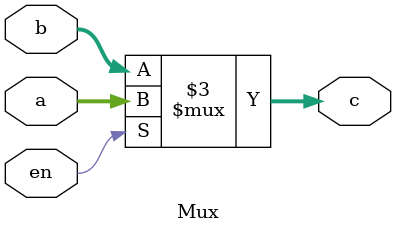
<source format=sv>
module Mux(
input [31:0] a,
input [31:0] b,
input en,
output logic [31:0] c
);
// assign c=(en)?a:b;

// always@(*)begin
//         if(en==1) c=a;
//         else c=b;
//     end

always@(*)begin
    case(en)
    1'b1:c=a;
    default:c=b;
    endcase
end

endmodule

</source>
